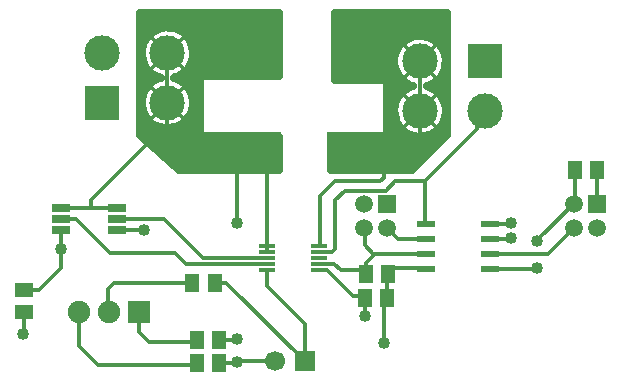
<source format=gbr>
G04 DipTrace Beta 2.9.0.1*
G04 Top.gbr*
%MOIN*%
G04 #@! TF.FileFunction,Copper,L1,Top*
G04 #@! TF.Part,Single*
G04 #@! TA.AperFunction,CopperBalancing*
%ADD13C,0.012992*%
G04 #@! TA.AperFunction,Conductor,NotC*
%ADD14C,0.011811*%
G04 #@! TA.AperFunction,CopperBalancing*
%ADD15C,0.025*%
G04 #@! TA.AperFunction,SMDPad,CuDef*
%ADD17R,0.059055X0.051181*%
%ADD18R,0.051181X0.059055*%
G04 #@! TA.AperFunction,ComponentPad*
%ADD19R,0.059055X0.059055*%
%ADD20C,0.059055*%
G04 #@! TA.AperFunction,SMDPad,CuDef*
%ADD21R,0.06X0.025*%
G04 #@! TA.AperFunction,ComponentPad*
%ADD22R,0.11811X0.11811*%
%ADD23C,0.11811*%
%ADD24R,0.066929X0.066929*%
%ADD25C,0.066929*%
G04 #@! TA.AperFunction,SMDPad,CuDef*
%ADD26R,0.070866X0.125984*%
%ADD27R,0.061024X0.023622*%
%ADD28R,0.055118X0.011811*%
G04 #@! TA.AperFunction,ComponentPad*
%ADD29R,0.074803X0.074803*%
%ADD30C,0.074803*%
G04 #@! TA.AperFunction,ViaPad*
%ADD31C,0.04*%
%FSLAX26Y26*%
G04*
G70*
G90*
G75*
G01*
G04 Top*
%LPD*%
X1369000Y719000D2*
D13*
X1406500D1*
X1669000Y456500D1*
X1543000Y762260D2*
Y707500D1*
X1669000Y581500D1*
Y456500D1*
X1543000Y781945D2*
D14*
X1405445D1*
D13*
X1272055D1*
X1235000Y819000D1*
X1019000D1*
X906500Y931500D1*
X856500D1*
X1543000Y801630D2*
D14*
X1405445D1*
D13*
X1330370D1*
X1200500Y931500D1*
X1044000D1*
X2643803Y1094000D2*
X2644000Y981500D1*
X2286598Y916000D2*
X2356500D1*
Y919000D1*
X1716228Y821315D2*
D14*
X1758815D1*
D13*
X1769000Y831500D1*
Y994000D1*
X1801112Y1026112D1*
X1938612D1*
X1969000Y1056500D1*
X2069000D1*
Y916000D1*
X2074000D1*
X1294197Y719000D2*
X1034000D1*
X1012000Y697000D1*
Y625249D1*
X1014500Y622749D1*
X2069000Y1056500D2*
X2244000Y1231500D1*
Y1266146D1*
X2269000Y1291146D1*
X856500Y894000D2*
Y831500D1*
X1044000Y894000D2*
X1131500D1*
X731402Y695402D2*
Y694000D1*
X781500D1*
X856500Y769000D1*
Y831500D1*
Y969000D2*
X1044000D1*
X1543000Y821315D2*
D14*
Y841000D1*
X1556500Y1156500D2*
D13*
X1494000D1*
X1444000Y1106500D1*
Y919000D1*
X1384000Y529000D2*
X1441000D1*
X1444000Y532000D1*
X1556500Y1156500D2*
X1544000D1*
Y842000D1*
D14*
X1543000Y841000D1*
X1210535Y1484354D2*
D13*
Y1319000D1*
Y1248035D1*
X956500Y994000D1*
Y969000D1*
X1044000D1*
X1114500Y622749D2*
Y555500D1*
X1150000Y520000D1*
X1300197D1*
X1309197Y529000D1*
X914500Y622749D2*
Y509500D1*
X980000Y444000D1*
X1316197D1*
X1309197Y451000D1*
X2286598Y866000D2*
X2353500D1*
X2356500Y869000D1*
X1716228Y762260D2*
X1741740D1*
X1828000Y676000D1*
X1862000D1*
X1869000Y669000D1*
X2074000Y866000D2*
X1980760D1*
X1944000Y902760D1*
X1869000Y669000D2*
Y606500D1*
X2286598Y816000D2*
X2478500D1*
X2565260Y902760D1*
X2074000Y816000D2*
X1903500D1*
X1873000Y785500D1*
Y750740D1*
X1871509Y749249D1*
X1716228Y781945D2*
D14*
X1759000D1*
D13*
X1767055D1*
X1789000Y760000D1*
X1860759D1*
X1871509Y749249D1*
X2074000Y816000D2*
X1897000D1*
X1869000Y844000D1*
Y902760D1*
X1865260D1*
X2052465Y1456500D2*
Y1291146D1*
Y1202465D1*
X2006500Y1156500D1*
X1776972D1*
X2052465Y1291146D2*
D3*
Y1202465D2*
X1931500Y1081500D1*
D14*
Y1069000D1*
X1919000Y1056500D1*
X1769000D1*
X1719000Y1006500D1*
Y841000D1*
X1716228D1*
X2444000Y856500D2*
D13*
Y860240D1*
X2565260Y981500D1*
X2286598Y766000D2*
X2444000D1*
Y769000D1*
X2569000Y1094000D2*
Y985240D1*
X2565260Y981500D1*
X1946312Y749249D2*
Y769000D1*
X2074000D1*
Y766000D1*
X1943803Y669000D2*
Y749249D1*
X1946312D1*
X1931500Y519000D2*
Y656697D1*
X1943803Y669000D1*
X1384000Y451000D2*
X1441000D1*
X1444000Y454000D1*
X731402Y620598D2*
Y548402D1*
X730000Y547000D1*
X1569000Y456500D2*
X1446500D1*
X1444000Y454000D1*
D31*
X856500Y831500D3*
X1131500Y894000D3*
X1869000Y606500D3*
X1931500Y519000D3*
X1444000Y454000D3*
X730000Y547000D3*
X2444000Y856500D3*
X1444000Y919000D3*
X2444000Y769000D3*
X2356500Y919000D3*
Y869000D3*
X1444000Y532000D3*
X1771696Y1594131D2*
D15*
X2141304D1*
X1771696Y1569262D2*
X2141304D1*
X1771696Y1544394D2*
X2141304D1*
X1771696Y1519525D2*
X1992085D1*
X2112711D2*
X2141304D1*
X1771696Y1494656D2*
X1973336D1*
X2131461D2*
X2141265D1*
X1771696Y1469787D2*
X1965524D1*
X1771696Y1444919D2*
X1965133D1*
X1771696Y1420050D2*
X1972555D1*
X2132243D2*
X2141277D1*
X1771696Y1395181D2*
X1990133D1*
X2114664D2*
X2141304D1*
X1946696Y1370312D2*
X2017476D1*
X2087320D2*
X2141304D1*
X1946696Y1345444D2*
X1983883D1*
X2120915D2*
X2141304D1*
X1946696Y1320575D2*
X1969820D1*
X1946696Y1295706D2*
X1964562D1*
X1946696Y1270837D2*
X1966696D1*
X1946696Y1245969D2*
X1977243D1*
X2127555D2*
X2141203D1*
X1946696Y1221100D2*
X2000680D1*
X2104117D2*
X2141304D1*
X1759196Y1196231D2*
X2126071D1*
X1759196Y1171362D2*
X2101071D1*
X1759196Y1146493D2*
X2076461D1*
X1759196Y1121625D2*
X2051461D1*
X1759196Y1096756D2*
X2026461D1*
X2137983Y1288646D2*
X2136236Y1273768D1*
X2131921Y1259421D1*
X2125169Y1246049D1*
X2116188Y1234058D1*
X2105253Y1223818D1*
X2092701Y1215642D1*
X2078913Y1209782D1*
X2064316Y1206416D1*
X2049354Y1205647D1*
X2034490Y1207500D1*
X2020175Y1211917D1*
X2006850Y1218765D1*
X1994924Y1227831D1*
X1984762Y1238839D1*
X1976676Y1251449D1*
X1970913Y1265278D1*
X1967652Y1279899D1*
X1966991Y1294865D1*
X1968949Y1309718D1*
X1973470Y1324000D1*
X1980411Y1337276D1*
X1989562Y1349136D1*
X2000642Y1359219D1*
X2013310Y1367215D1*
X2027178Y1372879D1*
X2029634Y1374047D1*
X2015602Y1379294D1*
X2002701Y1386907D1*
X1991324Y1396655D1*
X1981823Y1408236D1*
X1974487Y1421298D1*
X1969542Y1435440D1*
X1967140Y1450226D1*
X1967353Y1465206D1*
X1970177Y1479917D1*
X1975524Y1493912D1*
X1983228Y1506760D1*
X1993056Y1518066D1*
X2004706Y1527484D1*
X2017820Y1534727D1*
X2031996Y1539571D1*
X2046799Y1541867D1*
X2061777Y1541547D1*
X2076469Y1538618D1*
X2090425Y1533173D1*
X2103217Y1525375D1*
X2114453Y1515467D1*
X2123787Y1503751D1*
X2130937Y1490585D1*
X2135678Y1476375D1*
X2137870Y1461555D1*
X2137436Y1446522D1*
X2134392Y1431854D1*
X2128839Y1417941D1*
X2120941Y1405211D1*
X2110945Y1394052D1*
X2099156Y1384810D1*
X2085936Y1377764D1*
X2074492Y1373835D1*
X2088168Y1368895D1*
X2101182Y1361475D1*
X2112703Y1351899D1*
X2122377Y1340461D1*
X2129907Y1327509D1*
X2135063Y1313444D1*
X2137686Y1298694D1*
X2137983Y1288646D1*
X1769000Y1618609D2*
Y1394391D1*
X1856500Y1394000D1*
X1931500D1*
X1942045Y1387881D1*
X1944000Y1381500D1*
Y1219000D1*
X1937881Y1208455D1*
X1931500Y1206500D1*
X1756891D1*
X1756500Y1119000D1*
Y1094391D1*
X1844000Y1094000D1*
X2026421D1*
X2143919Y1211597D1*
X2144000Y1618609D1*
X2056500Y1619000D1*
X1769391D1*
X1992003Y1351608D2*
D13*
X2112927Y1230684D1*
Y1351608D2*
X1992003Y1230684D1*
Y1516962D2*
X2112927Y1396038D1*
Y1516962D2*
X1992003Y1396038D1*
X1121696Y1594131D2*
D15*
X1579000D1*
X1121696Y1569262D2*
X1197555D1*
X1223648D2*
X1579000D1*
X1121696Y1544394D2*
X1147164D1*
X1274039D2*
X1579000D1*
X1121696Y1519525D2*
X1130260D1*
X1290836D2*
X1579000D1*
X1297867Y1494656D2*
X1579000D1*
X1297476Y1469787D2*
X1579000D1*
X1121696Y1444919D2*
X1131811D1*
X1288883D2*
X1579000D1*
X1121696Y1420050D2*
X1151461D1*
X1269352D2*
X1579000D1*
X1121696Y1395181D2*
X1169039D1*
X1252164D2*
X1316696D1*
X1121696Y1370312D2*
X1139562D1*
X1281461D2*
X1316304D1*
X1294352Y1345444D2*
X1316304D1*
X1298648Y1320575D2*
X1316143D1*
X1295524Y1295706D2*
X1316304D1*
X1121696Y1270837D2*
X1137236D1*
X1283804D2*
X1316304D1*
X1121696Y1245969D2*
X1163571D1*
X1257633D2*
X1316304D1*
X1121696Y1221100D2*
X1316304D1*
X1138883Y1196231D2*
X1578804D1*
X1166227Y1171362D2*
X1578804D1*
X1193571Y1146493D2*
X1578804D1*
X1220915Y1121625D2*
X1578804D1*
X1248257Y1096756D2*
X1578804D1*
X1296054Y1481854D2*
X1294307Y1466976D1*
X1289992Y1452630D1*
X1283240Y1439257D1*
X1274259Y1427266D1*
X1263324Y1417026D1*
X1250772Y1408850D1*
X1236984Y1402991D1*
X1232563Y1401689D1*
X1246239Y1396749D1*
X1259253Y1389329D1*
X1270774Y1379753D1*
X1280448Y1368315D1*
X1287978Y1355364D1*
X1293134Y1341298D1*
X1295757Y1326549D1*
X1295762Y1311509D1*
X1293148Y1296759D1*
X1288003Y1282689D1*
X1280482Y1269734D1*
X1270816Y1258287D1*
X1259302Y1248705D1*
X1246293Y1241276D1*
X1232188Y1236230D1*
X1217417Y1233722D1*
X1202437Y1233829D1*
X1187705Y1236547D1*
X1173673Y1241794D1*
X1160772Y1249407D1*
X1149395Y1259155D1*
X1139894Y1270736D1*
X1132558Y1283798D1*
X1127613Y1297940D1*
X1125211Y1312726D1*
X1125424Y1327706D1*
X1128248Y1342417D1*
X1133594Y1356412D1*
X1141299Y1369260D1*
X1151127Y1380566D1*
X1162777Y1389984D1*
X1175891Y1397227D1*
X1188480Y1401655D1*
X1173673Y1407148D1*
X1160772Y1414761D1*
X1149395Y1424509D1*
X1139894Y1436091D1*
X1132558Y1449152D1*
X1127613Y1463294D1*
X1125211Y1478080D1*
X1125424Y1493060D1*
X1128248Y1507772D1*
X1133594Y1521766D1*
X1141299Y1534614D1*
X1151127Y1545920D1*
X1162777Y1555339D1*
X1175891Y1562581D1*
X1190067Y1567425D1*
X1204870Y1569722D1*
X1219848Y1569402D1*
X1234539Y1566472D1*
X1248496Y1561028D1*
X1261287Y1553230D1*
X1272524Y1543322D1*
X1281858Y1531605D1*
X1289008Y1518440D1*
X1293749Y1504230D1*
X1295941Y1489409D1*
X1296054Y1481854D1*
X1581500Y1406891D2*
Y1619000D1*
X1119391D1*
X1119000Y1531500D1*
Y1212360D1*
X1244398Y1098031D1*
X1248654Y1094163D1*
X1581109Y1094000D1*
X1581500Y1181500D1*
Y1206109D1*
X1494000Y1206500D1*
X1331500D1*
X1320955Y1212619D1*
X1319000Y1219000D1*
Y1394000D1*
X1325119Y1404545D1*
X1331500Y1406500D1*
X1581891D1*
X1150073Y1544816D2*
D13*
X1270997Y1423892D1*
Y1544816D2*
X1150073Y1423892D1*
Y1379462D2*
X1270997Y1258538D1*
Y1379462D2*
X1150073Y1258538D1*
D17*
X731402Y695402D3*
Y620598D3*
D18*
X2569000Y1094000D3*
X2643803D3*
X1384000Y529000D3*
X1309197D3*
X1384000Y451000D3*
X1309197D3*
D19*
X2644000Y981500D3*
D20*
X2565260D3*
Y902760D3*
X2644000D3*
D19*
X1944000Y981500D3*
D20*
X1865260D3*
Y902760D3*
X1944000D3*
D21*
X856500Y894000D3*
Y931500D3*
Y969000D3*
X1044000Y894000D3*
Y931500D3*
Y969000D3*
D22*
X994000Y1319000D3*
D23*
Y1484354D3*
X1210535D3*
Y1319000D3*
D22*
X2269000Y1456500D3*
D23*
Y1291146D3*
X2052465D3*
Y1456500D3*
D24*
X1669000Y456500D3*
D25*
X1569000D3*
D18*
X1369000Y719000D3*
X1294197D3*
D26*
X1556500Y1156500D3*
X1776972D3*
D18*
X1869000Y669000D3*
X1943803D3*
X1871509Y749249D3*
X1946312D3*
D27*
X2074000Y766000D3*
Y816000D3*
Y866000D3*
Y916000D3*
X2286598D3*
Y866000D3*
Y816000D3*
Y766000D3*
D28*
X1543000Y841000D3*
Y821315D3*
Y801630D3*
Y781945D3*
Y762260D3*
X1716228D3*
Y781945D3*
Y801630D3*
Y821315D3*
Y841000D3*
D29*
X1114500Y622749D3*
D30*
X1014500D3*
X914500D3*
M02*

</source>
